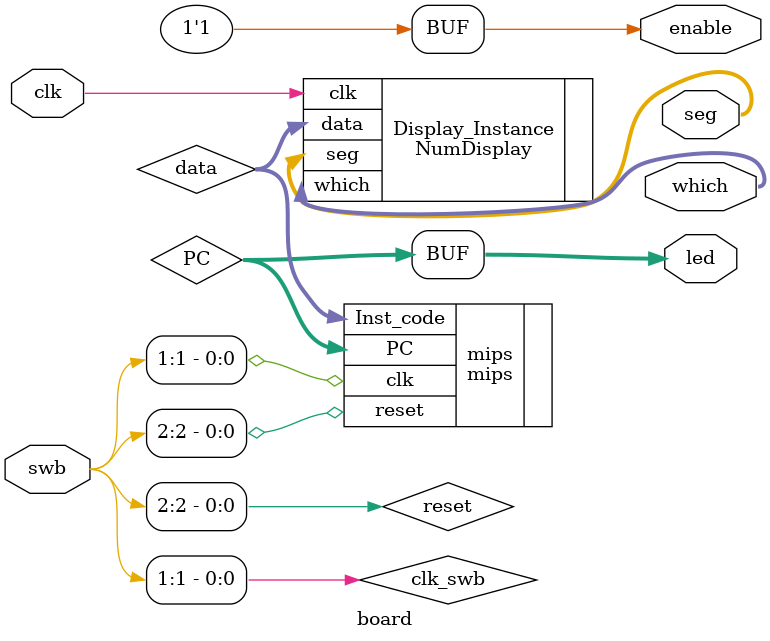
<source format=v>
`timescale 1ns / 1ps

module board(
    input clk,
    input [1:6] swb,
    output [2:0] which,
    output [7:0] seg,
    output reg enable=1,
    output [1:32] led
    );
    reg clk_swb, reset;
    wire [1:32] PC, data;

    initial begin
        clk_swb = 0;
        reset = 0;
    end
    always @* begin
        clk_swb = swb[1];
        reset = swb[2];
    end

    mips mips(.clk(clk_swb), .reset(reset), .PC(PC), .Inst_code(data));

    NumDisplay Display_Instance(.clk(clk), .data(data), .which(which), .seg(seg));

    assign led = PC;

endmodule
</source>
